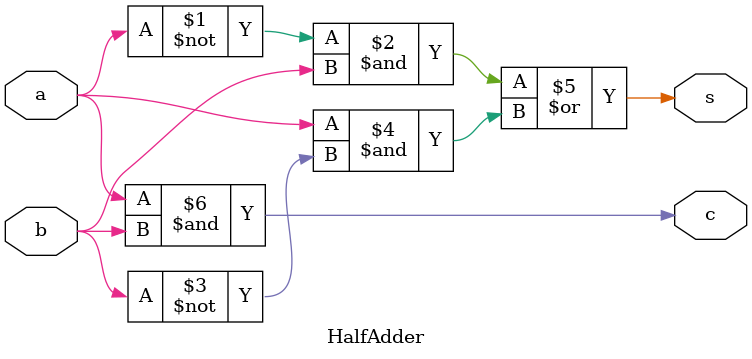
<source format=v>
`timescale 1ns / 1ps


module HalfAdder(
    input a,
    input b,
    output s,
    output c
    );
    
    assign s = (~a & b) | (a & ~b);
    assign c = a & b;
endmodule

</source>
